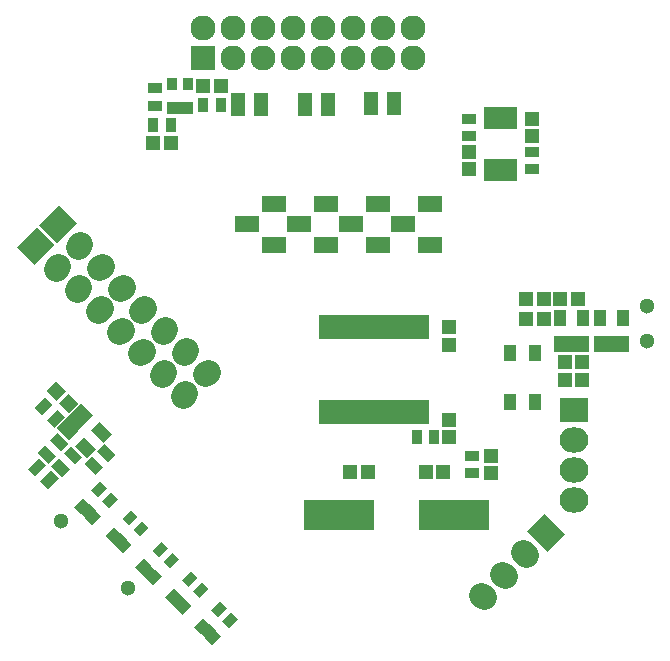
<source format=gbr>
G04 #@! TF.FileFunction,Soldermask,Top*
%FSLAX46Y46*%
G04 Gerber Fmt 4.6, Leading zero omitted, Abs format (unit mm)*
G04 Created by KiCad (PCBNEW 4.0.0-stable) date Friday, November 04, 2016 'AMt' 11:18:16 AM*
%MOMM*%
G01*
G04 APERTURE LIST*
%ADD10C,0.100000*%
%ADD11R,0.850000X1.850000*%
%ADD12R,1.150000X1.200000*%
%ADD13R,1.200000X1.150000*%
%ADD14R,2.432000X2.127200*%
%ADD15O,2.432000X2.127200*%
%ADD16C,2.127200*%
%ADD17R,1.300000X0.900000*%
%ADD18R,0.900000X1.300000*%
%ADD19R,2.000000X1.400000*%
%ADD20R,0.850000X2.150000*%
%ADD21R,1.050000X1.460000*%
%ADD22C,1.300000*%
%ADD23R,1.050000X1.450000*%
%ADD24R,1.197560X1.197560*%
%ADD25R,0.806400X1.060400*%
%ADD26R,2.127200X2.127200*%
%ADD27O,2.127200X2.127200*%
%ADD28R,1.149300X0.798780*%
%ADD29R,6.000700X2.500580*%
G04 APERTURE END LIST*
D10*
D11*
X47718703Y47752611D03*
X47068703Y47752611D03*
X46418703Y47752611D03*
X45768703Y47752611D03*
X45768703Y43352611D03*
X46418703Y43352611D03*
X47068703Y43352611D03*
X47718703Y43352611D03*
D12*
X44076705Y43405612D03*
X44076705Y44905612D03*
X49410705Y46199611D03*
X49410705Y47699611D03*
X42418000Y22213000D03*
X42418000Y20713000D03*
D10*
G36*
X8328920Y24639908D02*
X9142092Y25453080D01*
X9990620Y24604552D01*
X9177448Y23791380D01*
X8328920Y24639908D01*
X8328920Y24639908D01*
G37*
G36*
X9389580Y23579248D02*
X10202752Y24392420D01*
X11051280Y23543892D01*
X10238108Y22730720D01*
X9389580Y23579248D01*
X9389580Y23579248D01*
G37*
D12*
X42367200Y28561600D03*
X42367200Y30061600D03*
D13*
X52183600Y25603200D03*
X53683600Y25603200D03*
X53683600Y27127200D03*
X52183600Y27127200D03*
X48907000Y30734000D03*
X50407000Y30734000D03*
X53328000Y32385000D03*
X51828000Y32385000D03*
X48907000Y32385000D03*
X50407000Y32385000D03*
D14*
X52984400Y23063200D03*
D15*
X52984400Y20523200D03*
X52984400Y17983200D03*
X52984400Y15443200D03*
D10*
G36*
X50489037Y14261121D02*
X52208721Y12541437D01*
X50704563Y11037279D01*
X48984879Y12756963D01*
X50489037Y14261121D01*
X50489037Y14261121D01*
G37*
D16*
X48908512Y10745386D02*
X48692986Y10960912D01*
X47112461Y8949335D02*
X46896935Y9164861D01*
X45316409Y7153283D02*
X45100883Y7368809D01*
D10*
G36*
X5779479Y36798437D02*
X7499163Y38518121D01*
X9003321Y37013963D01*
X7283637Y35294279D01*
X5779479Y36798437D01*
X5779479Y36798437D01*
G37*
D16*
X9295214Y35217912D02*
X9079688Y35002386D01*
X11091265Y33421861D02*
X10875739Y33206335D01*
X12887317Y31625809D02*
X12671791Y31410283D01*
X14683368Y29829758D02*
X14467842Y29614232D01*
X16479419Y28033707D02*
X16263893Y27818181D01*
X18275470Y26237656D02*
X18059944Y26022130D01*
X20071522Y24441604D02*
X19855996Y24226078D01*
D10*
G36*
X7659079Y38627237D02*
X9378763Y40346921D01*
X10882921Y38842763D01*
X9163237Y37123079D01*
X7659079Y38627237D01*
X7659079Y38627237D01*
G37*
D16*
X11174814Y37046712D02*
X10959288Y36831186D01*
X12970865Y35250661D02*
X12755339Y35035135D01*
X14766917Y33454609D02*
X14551391Y33239083D01*
X16562968Y31658558D02*
X16347442Y31443032D01*
X18359019Y29862507D02*
X18143493Y29646981D01*
X20155070Y28066456D02*
X19939544Y27850930D01*
X21951122Y26270404D02*
X21735596Y26054878D01*
D17*
X49410703Y43405611D03*
X49410703Y44905611D03*
X44076703Y46199611D03*
X44076703Y47699611D03*
D18*
X41148700Y20713700D03*
X39648700Y20713700D03*
D10*
G36*
X6743653Y18041909D02*
X7662891Y18961147D01*
X8299287Y18324751D01*
X7380049Y17405513D01*
X6743653Y18041909D01*
X6743653Y18041909D01*
G37*
G36*
X7804313Y16981249D02*
X8723551Y17900487D01*
X9359947Y17264091D01*
X8440709Y16344853D01*
X7804313Y16981249D01*
X7804313Y16981249D01*
G37*
G36*
X9278909Y21094747D02*
X10198147Y20175509D01*
X9561751Y19539113D01*
X8642513Y20458351D01*
X9278909Y21094747D01*
X9278909Y21094747D01*
G37*
G36*
X8218249Y20034087D02*
X9137487Y19114849D01*
X8501091Y18478453D01*
X7581853Y19397691D01*
X8218249Y20034087D01*
X8218249Y20034087D01*
G37*
G36*
X10421909Y19977147D02*
X11341147Y19057909D01*
X10704751Y18421513D01*
X9785513Y19340751D01*
X10421909Y19977147D01*
X10421909Y19977147D01*
G37*
G36*
X9361249Y18916487D02*
X10280487Y17997249D01*
X9644091Y17360853D01*
X8724853Y18280091D01*
X9361249Y18916487D01*
X9361249Y18916487D01*
G37*
G36*
X7302453Y23198109D02*
X8221691Y24117347D01*
X8858087Y23480951D01*
X7938849Y22561713D01*
X7302453Y23198109D01*
X7302453Y23198109D01*
G37*
G36*
X8363113Y22137449D02*
X9282351Y23056687D01*
X9918747Y22420291D01*
X8999509Y21501053D01*
X8363113Y22137449D01*
X8363113Y22137449D01*
G37*
G36*
X13241309Y20154947D02*
X14160547Y19235709D01*
X13524151Y18599313D01*
X12604913Y19518551D01*
X13241309Y20154947D01*
X13241309Y20154947D01*
G37*
G36*
X12180649Y19094287D02*
X13099887Y18175049D01*
X12463491Y17538653D01*
X11544253Y18457891D01*
X12180649Y19094287D01*
X12180649Y19094287D01*
G37*
D19*
X40800000Y40500000D03*
X38500000Y38750000D03*
X40800000Y37000000D03*
X36400000Y40500000D03*
X34100000Y38750000D03*
X36400000Y37000000D03*
X32000000Y40500000D03*
X29700000Y38750000D03*
X32000000Y37000000D03*
X27600000Y40500000D03*
X25300000Y38750000D03*
X27600000Y37000000D03*
D20*
X40293000Y30041400D03*
X39643000Y30041400D03*
X38993000Y30041400D03*
X38343000Y30041400D03*
X37693000Y30041400D03*
X37043000Y30041400D03*
X36393000Y30041400D03*
X35743000Y30041400D03*
X35093000Y30041400D03*
X34443000Y30041400D03*
X33793000Y30041400D03*
X33143000Y30041400D03*
X32493000Y30041400D03*
X31843000Y30041400D03*
X31843000Y22841400D03*
X32493000Y22841400D03*
X33143000Y22841400D03*
X33793000Y22841400D03*
X34443000Y22841400D03*
X35093000Y22841400D03*
X35743000Y22841400D03*
X36393000Y22841400D03*
X37043000Y22841400D03*
X37693000Y22841400D03*
X38343000Y22841400D03*
X38993000Y22841400D03*
X39643000Y22841400D03*
X40293000Y22841400D03*
D21*
X51805800Y28592600D03*
X52755800Y28592600D03*
X53705800Y28592600D03*
X53705800Y30792600D03*
X51805800Y30792600D03*
X55184000Y28618000D03*
X56134000Y28618000D03*
X57084000Y28618000D03*
X57084000Y30818000D03*
X55184000Y30818000D03*
D10*
G36*
X10512715Y22854326D02*
X11255177Y23596788D01*
X12287553Y22564412D01*
X11545091Y21821950D01*
X10512715Y22854326D01*
X10512715Y22854326D01*
G37*
G36*
X9840964Y22182574D02*
X10583426Y22925036D01*
X11615802Y21892660D01*
X10873340Y21150198D01*
X9840964Y22182574D01*
X9840964Y22182574D01*
G37*
G36*
X9169212Y21510823D02*
X9911674Y22253285D01*
X10944050Y21220909D01*
X10201588Y20478447D01*
X9169212Y21510823D01*
X9169212Y21510823D01*
G37*
G36*
X10724847Y19955188D02*
X11467309Y20697650D01*
X12499685Y19665274D01*
X11757223Y18922812D01*
X10724847Y19955188D01*
X10724847Y19955188D01*
G37*
G36*
X12068350Y21298691D02*
X12810812Y22041153D01*
X13843188Y21008777D01*
X13100726Y20266315D01*
X12068350Y21298691D01*
X12068350Y21298691D01*
G37*
D22*
X59154000Y28863600D03*
X59154000Y31863600D03*
X9517425Y13607889D03*
X15174279Y7951035D03*
D23*
X47560000Y23692000D03*
X47560000Y27842000D03*
X49710000Y23692000D03*
X49710000Y27842000D03*
D13*
X33997200Y17754600D03*
X35497200Y17754600D03*
D24*
X45974000Y17665700D03*
X45974000Y19164300D03*
D17*
X44323000Y19165000D03*
X44323000Y17665000D03*
D13*
X41923400Y17754600D03*
X40423400Y17754600D03*
X17372900Y45618400D03*
X18872900Y45618400D03*
D17*
X17462500Y50267300D03*
X17462500Y48767300D03*
D18*
X17372900Y47167800D03*
X18872900Y47167800D03*
D25*
X18935700Y48590200D03*
X20256500Y48590200D03*
X19596100Y48590200D03*
X20256500Y50622200D03*
X18935700Y50622200D03*
D26*
X21590000Y52832000D03*
D27*
X21590000Y55372000D03*
X24130000Y52832000D03*
X24130000Y55372000D03*
X26670000Y52832000D03*
X26670000Y55372000D03*
X29210000Y52832000D03*
X29210000Y55372000D03*
X31750000Y52832000D03*
X31750000Y55372000D03*
X34290000Y52832000D03*
X34290000Y55372000D03*
X36830000Y52832000D03*
X36830000Y55372000D03*
X39370000Y52832000D03*
X39370000Y55372000D03*
D28*
X24550040Y49550240D03*
X24550040Y48900000D03*
X24550040Y48249760D03*
X26449960Y48249760D03*
X26449960Y48900000D03*
X26449960Y49550240D03*
X35816540Y49608740D03*
X35816540Y48958500D03*
X35816540Y48308260D03*
X37716460Y48308260D03*
X37716460Y48958500D03*
X37716460Y49608740D03*
X30228540Y49545240D03*
X30228540Y48895000D03*
X30228540Y48244760D03*
X32128460Y48244760D03*
X32128460Y48895000D03*
X32128460Y49545240D03*
D29*
X42796460Y14122400D03*
X33098740Y14122400D03*
D10*
G36*
X13318393Y12384150D02*
X14068209Y13133966D01*
X14638419Y12563756D01*
X13888603Y11813940D01*
X13318393Y12384150D01*
X13318393Y12384150D01*
G37*
G36*
X14252340Y11450203D02*
X15002156Y12200019D01*
X15572366Y11629809D01*
X14822550Y10879993D01*
X14252340Y11450203D01*
X14252340Y11450203D01*
G37*
G36*
X13785367Y11917177D02*
X14535183Y12666993D01*
X15105393Y12096783D01*
X14355577Y11346967D01*
X13785367Y11917177D01*
X13785367Y11917177D01*
G37*
G36*
X15689181Y12887044D02*
X16438997Y13636860D01*
X17009207Y13066650D01*
X16259391Y12316834D01*
X15689181Y12887044D01*
X15689181Y12887044D01*
G37*
G36*
X14755234Y13820991D02*
X15505050Y14570807D01*
X16075260Y14000597D01*
X15325444Y13250781D01*
X14755234Y13820991D01*
X14755234Y13820991D01*
G37*
G36*
X18322193Y7202550D02*
X19072009Y7952366D01*
X19642219Y7382156D01*
X18892403Y6632340D01*
X18322193Y7202550D01*
X18322193Y7202550D01*
G37*
G36*
X19256140Y6268603D02*
X20005956Y7018419D01*
X20576166Y6448209D01*
X19826350Y5698393D01*
X19256140Y6268603D01*
X19256140Y6268603D01*
G37*
G36*
X18789167Y6735577D02*
X19538983Y7485393D01*
X20109193Y6915183D01*
X19359377Y6165367D01*
X18789167Y6735577D01*
X18789167Y6735577D01*
G37*
G36*
X20692981Y7705444D02*
X21442797Y8455260D01*
X22013007Y7885050D01*
X21263191Y7135234D01*
X20692981Y7705444D01*
X20692981Y7705444D01*
G37*
G36*
X19759034Y8639391D02*
X20508850Y9389207D01*
X21079060Y8818997D01*
X20329244Y8069181D01*
X19759034Y8639391D01*
X19759034Y8639391D01*
G37*
G36*
X15807593Y9691750D02*
X16557409Y10441566D01*
X17127619Y9871356D01*
X16377803Y9121540D01*
X15807593Y9691750D01*
X15807593Y9691750D01*
G37*
G36*
X16741540Y8757803D02*
X17491356Y9507619D01*
X18061566Y8937409D01*
X17311750Y8187593D01*
X16741540Y8757803D01*
X16741540Y8757803D01*
G37*
G36*
X16274567Y9224777D02*
X17024383Y9974593D01*
X17594593Y9404383D01*
X16844777Y8654567D01*
X16274567Y9224777D01*
X16274567Y9224777D01*
G37*
G36*
X18178381Y10194644D02*
X18928197Y10944460D01*
X19498407Y10374250D01*
X18748591Y9624434D01*
X18178381Y10194644D01*
X18178381Y10194644D01*
G37*
G36*
X17244434Y11128591D02*
X17994250Y11878407D01*
X18564460Y11308197D01*
X17814644Y10558381D01*
X17244434Y11128591D01*
X17244434Y11128591D01*
G37*
G36*
X10676793Y14822550D02*
X11426609Y15572366D01*
X11996819Y15002156D01*
X11247003Y14252340D01*
X10676793Y14822550D01*
X10676793Y14822550D01*
G37*
G36*
X11610740Y13888603D02*
X12360556Y14638419D01*
X12930766Y14068209D01*
X12180950Y13318393D01*
X11610740Y13888603D01*
X11610740Y13888603D01*
G37*
G36*
X11143767Y14355577D02*
X11893583Y15105393D01*
X12463793Y14535183D01*
X11713977Y13785367D01*
X11143767Y14355577D01*
X11143767Y14355577D01*
G37*
G36*
X13047581Y15325444D02*
X13797397Y16075260D01*
X14367607Y15505050D01*
X13617791Y14755234D01*
X13047581Y15325444D01*
X13047581Y15325444D01*
G37*
G36*
X12113634Y16259391D02*
X12863450Y17009207D01*
X13433660Y16438997D01*
X12683844Y15689181D01*
X12113634Y16259391D01*
X12113634Y16259391D01*
G37*
G36*
X20836793Y4662550D02*
X21586609Y5412366D01*
X22156819Y4842156D01*
X21407003Y4092340D01*
X20836793Y4662550D01*
X20836793Y4662550D01*
G37*
G36*
X21770740Y3728603D02*
X22520556Y4478419D01*
X23090766Y3908209D01*
X22340950Y3158393D01*
X21770740Y3728603D01*
X21770740Y3728603D01*
G37*
G36*
X21303767Y4195577D02*
X22053583Y4945393D01*
X22623793Y4375183D01*
X21873977Y3625367D01*
X21303767Y4195577D01*
X21303767Y4195577D01*
G37*
G36*
X23207581Y5165444D02*
X23957397Y5915260D01*
X24527607Y5345050D01*
X23777791Y4595234D01*
X23207581Y5165444D01*
X23207581Y5165444D01*
G37*
G36*
X22273634Y6099391D02*
X23023450Y6849207D01*
X23593660Y6278997D01*
X22843844Y5529181D01*
X22273634Y6099391D01*
X22273634Y6099391D01*
G37*
D13*
X21563900Y50457100D03*
X23063900Y50457100D03*
D18*
X21563900Y48869600D03*
X23063900Y48869600D03*
M02*

</source>
